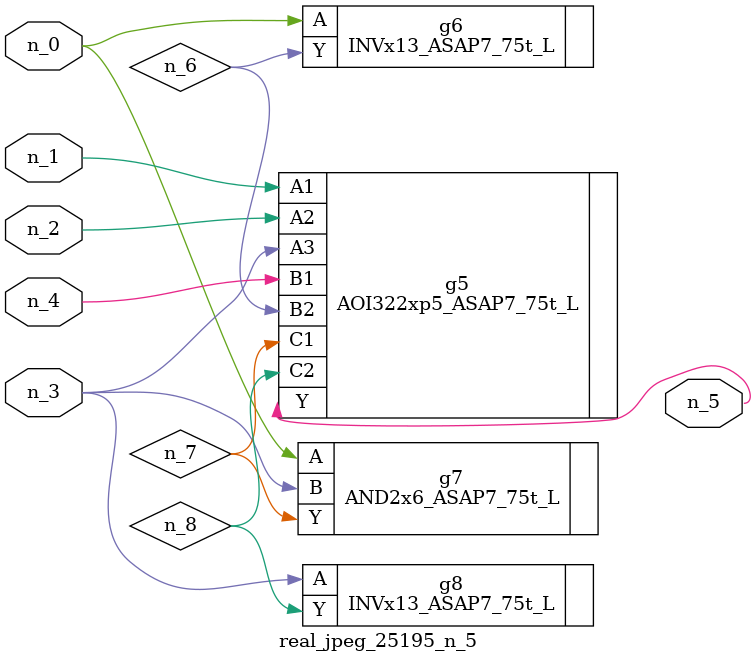
<source format=v>
module real_jpeg_25195_n_5 (n_4, n_0, n_1, n_2, n_3, n_5);

input n_4;
input n_0;
input n_1;
input n_2;
input n_3;

output n_5;

wire n_8;
wire n_6;
wire n_7;

INVx13_ASAP7_75t_L g6 ( 
.A(n_0),
.Y(n_6)
);

AND2x6_ASAP7_75t_L g7 ( 
.A(n_0),
.B(n_3),
.Y(n_7)
);

AOI322xp5_ASAP7_75t_L g5 ( 
.A1(n_1),
.A2(n_2),
.A3(n_3),
.B1(n_4),
.B2(n_6),
.C1(n_7),
.C2(n_8),
.Y(n_5)
);

INVx13_ASAP7_75t_L g8 ( 
.A(n_3),
.Y(n_8)
);


endmodule
</source>
